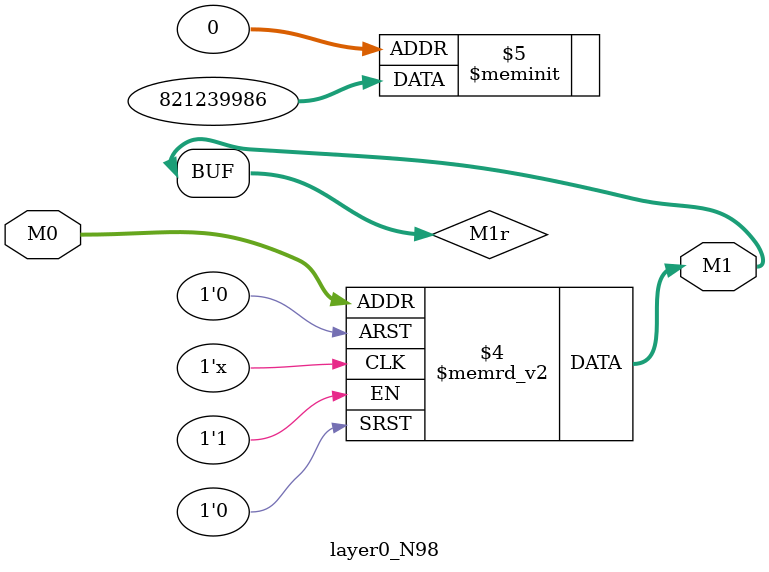
<source format=v>
module layer0_N98 ( input [3:0] M0, output [1:0] M1 );

	(*rom_style = "distributed" *) reg [1:0] M1r;
	assign M1 = M1r;
	always @ (M0) begin
		case (M0)
			4'b0000: M1r = 2'b10;
			4'b1000: M1r = 2'b11;
			4'b0100: M1r = 2'b00;
			4'b1100: M1r = 2'b00;
			4'b0010: M1r = 2'b11;
			4'b1010: M1r = 2'b11;
			4'b0110: M1r = 2'b10;
			4'b1110: M1r = 2'b11;
			4'b0001: M1r = 2'b00;
			4'b1001: M1r = 2'b00;
			4'b0101: M1r = 2'b00;
			4'b1101: M1r = 2'b00;
			4'b0011: M1r = 2'b10;
			4'b1011: M1r = 2'b11;
			4'b0111: M1r = 2'b00;
			4'b1111: M1r = 2'b00;

		endcase
	end
endmodule

</source>
